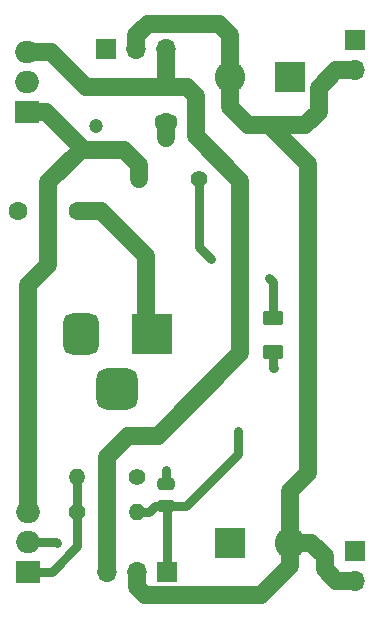
<source format=gtl>
%TF.GenerationSoftware,KiCad,Pcbnew,8.0.7*%
%TF.CreationDate,2025-02-08T15:19:53+05:30*%
%TF.ProjectId,Bread_Board_Power_supply,42726561-645f-4426-9f61-72645f506f77,rev?*%
%TF.SameCoordinates,Original*%
%TF.FileFunction,Copper,L1,Top*%
%TF.FilePolarity,Positive*%
%FSLAX46Y46*%
G04 Gerber Fmt 4.6, Leading zero omitted, Abs format (unit mm)*
G04 Created by KiCad (PCBNEW 8.0.7) date 2025-02-08 15:19:53*
%MOMM*%
%LPD*%
G01*
G04 APERTURE LIST*
G04 Aperture macros list*
%AMRoundRect*
0 Rectangle with rounded corners*
0 $1 Rounding radius*
0 $2 $3 $4 $5 $6 $7 $8 $9 X,Y pos of 4 corners*
0 Add a 4 corners polygon primitive as box body*
4,1,4,$2,$3,$4,$5,$6,$7,$8,$9,$2,$3,0*
0 Add four circle primitives for the rounded corners*
1,1,$1+$1,$2,$3*
1,1,$1+$1,$4,$5*
1,1,$1+$1,$6,$7*
1,1,$1+$1,$8,$9*
0 Add four rect primitives between the rounded corners*
20,1,$1+$1,$2,$3,$4,$5,0*
20,1,$1+$1,$4,$5,$6,$7,0*
20,1,$1+$1,$6,$7,$8,$9,0*
20,1,$1+$1,$8,$9,$2,$3,0*%
G04 Aperture macros list end*
%TA.AperFunction,ComponentPad*%
%ADD10R,1.700000X1.700000*%
%TD*%
%TA.AperFunction,ComponentPad*%
%ADD11O,1.700000X1.700000*%
%TD*%
%TA.AperFunction,ComponentPad*%
%ADD12C,1.400000*%
%TD*%
%TA.AperFunction,ComponentPad*%
%ADD13O,1.400000X1.400000*%
%TD*%
%TA.AperFunction,ComponentPad*%
%ADD14R,2.600000X2.600000*%
%TD*%
%TA.AperFunction,ComponentPad*%
%ADD15C,2.600000*%
%TD*%
%TA.AperFunction,SMDPad,CuDef*%
%ADD16RoundRect,0.250000X-0.475000X0.250000X-0.475000X-0.250000X0.475000X-0.250000X0.475000X0.250000X0*%
%TD*%
%TA.AperFunction,SMDPad,CuDef*%
%ADD17RoundRect,0.250000X0.650000X-0.325000X0.650000X0.325000X-0.650000X0.325000X-0.650000X-0.325000X0*%
%TD*%
%TA.AperFunction,SMDPad,CuDef*%
%ADD18RoundRect,0.250000X0.625000X-0.375000X0.625000X0.375000X-0.625000X0.375000X-0.625000X-0.375000X0*%
%TD*%
%TA.AperFunction,ComponentPad*%
%ADD19R,3.500000X3.500000*%
%TD*%
%TA.AperFunction,ComponentPad*%
%ADD20RoundRect,0.750000X-0.750000X-1.000000X0.750000X-1.000000X0.750000X1.000000X-0.750000X1.000000X0*%
%TD*%
%TA.AperFunction,ComponentPad*%
%ADD21RoundRect,0.875000X-0.875000X-0.875000X0.875000X-0.875000X0.875000X0.875000X-0.875000X0.875000X0*%
%TD*%
%TA.AperFunction,ComponentPad*%
%ADD22R,2.000000X1.905000*%
%TD*%
%TA.AperFunction,ComponentPad*%
%ADD23O,2.000000X1.905000*%
%TD*%
%TA.AperFunction,ComponentPad*%
%ADD24C,1.200000*%
%TD*%
%TA.AperFunction,ComponentPad*%
%ADD25R,1.500000X1.500000*%
%TD*%
%TA.AperFunction,ComponentPad*%
%ADD26C,1.600000*%
%TD*%
%TA.AperFunction,ViaPad*%
%ADD27C,0.600000*%
%TD*%
%TA.AperFunction,ViaPad*%
%ADD28C,0.500000*%
%TD*%
%TA.AperFunction,Conductor*%
%ADD29C,1.500000*%
%TD*%
%TA.AperFunction,Conductor*%
%ADD30C,0.800000*%
%TD*%
G04 APERTURE END LIST*
D10*
%TO.P,J6,1,Pin_1*%
%TO.N,GND*%
X100000000Y-143250000D03*
D11*
%TO.P,J6,2,Pin_2*%
%TO.N,/Power_output*%
X100000000Y-145790000D03*
%TD*%
D10*
%TO.P,J7,1,Pin_1*%
%TO.N,/3.3v*%
X84025000Y-145000000D03*
D11*
%TO.P,J7,2,Pin_2*%
%TO.N,/Power_output*%
X81485000Y-145000000D03*
%TO.P,J7,3,Pin_3*%
%TO.N,/5v*%
X78945000Y-145000000D03*
%TD*%
D12*
%TO.P,R1,1*%
%TO.N,Net-(D1-A)*%
X86790000Y-111750000D03*
D13*
%TO.P,R1,2*%
%TO.N,/12v*%
X81710000Y-111750000D03*
%TD*%
D12*
%TO.P,R3,1*%
%TO.N,GND*%
X81540000Y-136950000D03*
D13*
%TO.P,R3,2*%
%TO.N,Net-(U2-ADJ)*%
X76460000Y-136950000D03*
%TD*%
D10*
%TO.P,J2,1,Pin_1*%
%TO.N,/3.3v*%
X78867000Y-100711000D03*
D11*
%TO.P,J2,2,Pin_2*%
%TO.N,/Power_output*%
X81407000Y-100711000D03*
%TO.P,J2,3,Pin_3*%
%TO.N,/5v*%
X83947000Y-100711000D03*
%TD*%
D14*
%TO.P,J5,1,Pin_1*%
%TO.N,GND*%
X89403000Y-142545000D03*
D15*
%TO.P,J5,2,Pin_2*%
%TO.N,/Power_output*%
X94483000Y-142545000D03*
%TD*%
D16*
%TO.P,C3,1*%
%TO.N,GND*%
X84000000Y-137550000D03*
%TO.P,C3,2*%
%TO.N,/3.3v*%
X84000000Y-139450000D03*
%TD*%
D17*
%TO.P,C2,1*%
%TO.N,GND*%
X83947000Y-106885000D03*
%TO.P,C2,2*%
%TO.N,/5v*%
X83947000Y-103935000D03*
%TD*%
D18*
%TO.P,D1,1,K*%
%TO.N,GND*%
X93050000Y-126350000D03*
%TO.P,D1,2,A*%
%TO.N,Net-(D1-A)*%
X93050000Y-123550000D03*
%TD*%
D12*
%TO.P,R2,1*%
%TO.N,Net-(U2-ADJ)*%
X76460000Y-139950000D03*
D13*
%TO.P,R2,2*%
%TO.N,/3.3v*%
X81540000Y-139950000D03*
%TD*%
D19*
%TO.P,J1,1*%
%TO.N,/Power_Input*%
X82804000Y-124841000D03*
D20*
%TO.P,J1,2*%
%TO.N,GND*%
X76804000Y-124841000D03*
D21*
%TO.P,J1,3*%
X79804000Y-129541000D03*
%TD*%
D10*
%TO.P,J3,1,Pin_1*%
%TO.N,GND*%
X100000000Y-100000000D03*
D11*
%TO.P,J3,2,Pin_2*%
%TO.N,/Power_output*%
X100000000Y-102540000D03*
%TD*%
D22*
%TO.P,U1,1,VI*%
%TO.N,/12v*%
X72195000Y-106040000D03*
D23*
%TO.P,U1,2,GND*%
%TO.N,GND*%
X72195000Y-103500000D03*
%TO.P,U1,3,VO*%
%TO.N,/5v*%
X72195000Y-100960000D03*
%TD*%
D24*
%TO.P,C1,1*%
%TO.N,GND*%
X78000000Y-107250000D03*
%TO.P,C1,2*%
%TO.N,/12v*%
X78000000Y-109250000D03*
%TD*%
D14*
%TO.P,J4,1,Pin_1*%
%TO.N,GND*%
X94493000Y-103073000D03*
D15*
%TO.P,J4,2,Pin_2*%
%TO.N,/Power_output*%
X89413000Y-103073000D03*
%TD*%
D25*
%TO.P,SW1,1,A*%
%TO.N,/12v*%
X74000000Y-114450000D03*
D26*
%TO.P,SW1,2,B*%
%TO.N,/Power_Input*%
X76540000Y-114450000D03*
%TO.P,SW1,3,C*%
%TO.N,unconnected-(SW1-C-Pad3)*%
X71460000Y-114450000D03*
%TD*%
D22*
%TO.P,U2,1,ADJ*%
%TO.N,Net-(U2-ADJ)*%
X72250000Y-145000000D03*
D23*
%TO.P,U2,2,VO*%
%TO.N,/3.3v*%
X72250000Y-142460000D03*
%TO.P,U2,3,VI*%
%TO.N,/12v*%
X72250000Y-139920000D03*
%TD*%
D27*
%TO.N,GND*%
X84000000Y-136375000D03*
X93075000Y-127775000D03*
D28*
X83947000Y-108254800D03*
D27*
%TO.N,/3.3v*%
X90050000Y-133050000D03*
X74750000Y-142550000D03*
%TO.N,Net-(D1-A)*%
X92710000Y-120142000D03*
X87750000Y-118500000D03*
%TD*%
D29*
%TO.N,/Power_output*%
X98393600Y-145790000D02*
X99750000Y-145790000D01*
X94483000Y-142545000D02*
X96266200Y-142545000D01*
X97383600Y-143662400D02*
X97383600Y-144780000D01*
X96266200Y-142545000D02*
X97383600Y-143662400D01*
X97383600Y-144780000D02*
X98393600Y-145790000D01*
X92014000Y-147000000D02*
X82200000Y-147000000D01*
X81485000Y-146285000D02*
X81485000Y-145000000D01*
X94483000Y-144531000D02*
X92014000Y-147000000D01*
X94483000Y-142545000D02*
X94483000Y-144531000D01*
X82200000Y-147000000D02*
X81485000Y-146285000D01*
%TO.N,GND*%
X83947000Y-106885000D02*
X83947000Y-108254800D01*
D30*
%TO.N,Net-(D1-A)*%
X93050000Y-120482000D02*
X93050000Y-123550000D01*
X92710000Y-120142000D02*
X93050000Y-120482000D01*
D29*
%TO.N,/12v*%
X72195000Y-106040000D02*
X73790000Y-106040000D01*
X74000000Y-119000000D02*
X74000000Y-114450000D01*
X81710000Y-110560000D02*
X81710000Y-111750000D01*
X74000000Y-114450000D02*
X74000000Y-112000000D01*
X72250000Y-139920000D02*
X72250000Y-120750000D01*
X74000000Y-112000000D02*
X76750000Y-109250000D01*
X76750000Y-109250000D02*
X78000000Y-109250000D01*
X77000000Y-109250000D02*
X78000000Y-109250000D01*
X78000000Y-109250000D02*
X80400000Y-109250000D01*
X80400000Y-109250000D02*
X81710000Y-110560000D01*
X72250000Y-120750000D02*
X74000000Y-119000000D01*
X73790000Y-106040000D02*
X77000000Y-109250000D01*
D30*
%TO.N,GND*%
X93050000Y-127750000D02*
X93075000Y-127775000D01*
X84000000Y-137300000D02*
X84000000Y-137550000D01*
X93050000Y-126350000D02*
X93050000Y-127750000D01*
X84000000Y-136375000D02*
X84000000Y-137550000D01*
D29*
%TO.N,/5v*%
X83947000Y-100711000D02*
X83947000Y-103935000D01*
X86487000Y-108127800D02*
X90250000Y-111890800D01*
X77216000Y-103936800D02*
X83945200Y-103936800D01*
X90250000Y-126500000D02*
X83250000Y-133500000D01*
X90250000Y-111890800D02*
X90250000Y-126500000D01*
X83947000Y-103935000D02*
X85697800Y-103935000D01*
X80750000Y-133500000D02*
X78945000Y-135305000D01*
X83945200Y-103936800D02*
X83947000Y-103935000D01*
X74239200Y-100960000D02*
X77216000Y-103936800D01*
X85697800Y-103935000D02*
X86487000Y-104724200D01*
X72195000Y-100960000D02*
X74239200Y-100960000D01*
X78945000Y-135305000D02*
X78945000Y-145000000D01*
X83250000Y-133500000D02*
X80750000Y-133500000D01*
X86487000Y-104724200D02*
X86487000Y-108127800D01*
D30*
%TO.N,/3.3v*%
X84000000Y-139450000D02*
X85650000Y-139450000D01*
X82503200Y-139950000D02*
X83003200Y-139450000D01*
X90050000Y-135050000D02*
X90050000Y-133050000D01*
X84025000Y-145000000D02*
X84025000Y-139475000D01*
X85650000Y-139450000D02*
X90050000Y-135050000D01*
X81540000Y-139950000D02*
X82503200Y-139950000D01*
X74660000Y-142460000D02*
X74750000Y-142550000D01*
X83003200Y-139450000D02*
X84000000Y-139450000D01*
X72250000Y-142460000D02*
X74660000Y-142460000D01*
X84025000Y-139475000D02*
X84000000Y-139450000D01*
%TO.N,Net-(D1-A)*%
X86790000Y-111750000D02*
X86790000Y-117540000D01*
X86790000Y-117540000D02*
X87750000Y-118500000D01*
D29*
%TO.N,/Power_Input*%
X82250000Y-118250000D02*
X78450000Y-114450000D01*
X82250000Y-124287000D02*
X82250000Y-118250000D01*
X82804000Y-124841000D02*
X82250000Y-124287000D01*
X78450000Y-114450000D02*
X76540000Y-114450000D01*
%TO.N,/Power_output*%
X94483000Y-142545000D02*
X94483000Y-138181000D01*
X89413000Y-105669000D02*
X90932000Y-107188000D01*
X89413000Y-103383000D02*
X89413000Y-103073000D01*
X95758000Y-107188000D02*
X96892941Y-106053059D01*
X89413000Y-99573000D02*
X88440000Y-98600000D01*
X96892941Y-106053059D02*
X96892941Y-104021059D01*
X96892941Y-104021059D02*
X98374000Y-102540000D01*
X92710000Y-107188000D02*
X94545212Y-107188000D01*
X98374000Y-102540000D02*
X100000000Y-102540000D01*
X81407000Y-99593400D02*
X81407000Y-100711000D01*
X94545212Y-107188000D02*
X95758000Y-107188000D01*
X96012000Y-136652000D02*
X96012000Y-110490000D01*
X88440000Y-98600000D02*
X82400400Y-98600000D01*
X89413000Y-103073000D02*
X89413000Y-99573000D01*
X90932000Y-107188000D02*
X92710000Y-107188000D01*
X96012000Y-110490000D02*
X92710000Y-107188000D01*
X82400400Y-98600000D02*
X81407000Y-99593400D01*
X89413000Y-103073000D02*
X89413000Y-105669000D01*
X94483000Y-138181000D02*
X96012000Y-136652000D01*
D30*
%TO.N,Net-(U2-ADJ)*%
X76460000Y-136950000D02*
X76460000Y-139950000D01*
X72250000Y-145000000D02*
X74300000Y-145000000D01*
X76460000Y-142840000D02*
X76460000Y-139950000D01*
X74300000Y-145000000D02*
X76460000Y-142840000D01*
%TD*%
M02*

</source>
